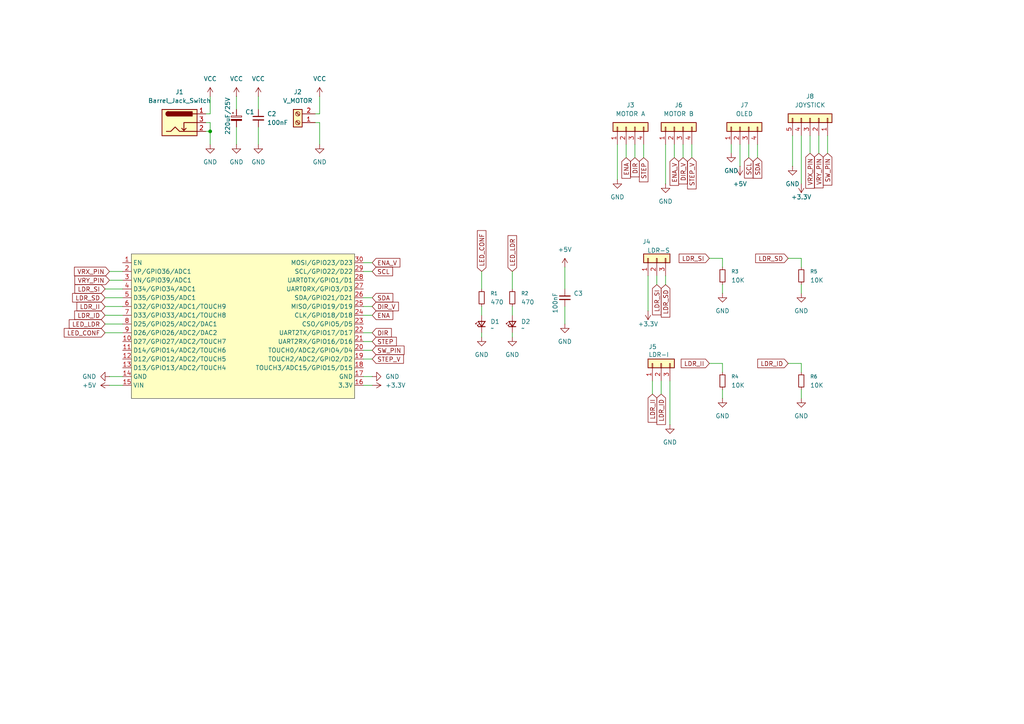
<source format=kicad_sch>
(kicad_sch (version 20250114) (generator "eeschema") (generator_version "9.0")
  (paper "A4")
  (lib_symbols
    (symbol "@EmersonPrez15:ESP32_DevKit_MP"
      (symbol "ESP32_DevKit_MP_1_1"
        (rectangle (start -33.02 25.4) (end 31.75 -16.51) (stroke (width 0) (color 72 72 72 1)) (fill (type background)))
        (pin input line (at -35.56 22.86 0) (length 2.54) (name "EN") (number "1"))
        (pin input line (at -35.56 20.32 0) (length 2.54) (name "VP/GPIO36/ADC1") (number "2"))
        (pin input line (at -35.56 17.78 0) (length 2.54) (name "VN/GPIO39/ADC1") (number "3"))
        (pin input line (at -35.56 15.24 0) (length 2.54) (name "D34/GPIO34/ADC1") (number "4"))
        (pin input line (at -35.56 12.7 0) (length 2.54) (name "D35/GPIO35/ADC1") (number "5"))
        (pin input line (at -35.56 10.16 0) (length 2.54) (name "D32/GPIO32/ADC1/TOUCH9") (number "6"))
        (pin input line (at -35.56 7.62 0) (length 2.54) (name "D33/GPIO33/ADC1/TOUCH8") (number "7"))
        (pin input line (at -35.56 5.08 0) (length 2.54) (name "D25/GPIO25/ADC2/DAC1") (number "8"))
        (pin input line (at -35.56 2.54 0) (length 2.54) (name "D26/GPIO26/ADC2/DAC2") (number "9"))
        (pin input line (at -35.56 0 0) (length 2.54) (name "D27/GPIO27/ADC2/TOUCH7") (number "10"))
        (pin input line (at -35.56 -2.54 0) (length 2.54) (name "D14/GPIO14/ADC2/TOUCH6") (number "11"))
        (pin input line (at -35.56 -5.08 0) (length 2.54) (name "D12/GPIO12/ADC2/TOUCH5") (number "12"))
        (pin input line (at -35.56 -7.62 0) (length 2.54) (name "D13/GPIO13/ADC2/TOUCH4") (number "13"))
        (pin input line (at -35.56 -10.16 0) (length 2.54) (name "GND") (number "14"))
        (pin input line (at -35.56 -12.7 0) (length 2.54) (name "VIN") (number "15"))
        (pin input line (at 34.29 22.86 180) (length 2.54) (name "MOSI/GPIO23/D23") (number "30"))
        (pin input line (at 34.29 20.32 180) (length 2.54) (name "SCL/GPIO22/D22") (number "29"))
        (pin input line (at 34.29 17.78 180) (length 2.54) (name "UART0TX/GPIO1/D1") (number "28"))
        (pin input line (at 34.29 15.24 180) (length 2.54) (name "UART0RX/GPIO3/D3") (number "27"))
        (pin input line (at 34.29 12.7 180) (length 2.54) (name "SDA/GPIO21/D21") (number "26"))
        (pin input line (at 34.29 10.16 180) (length 2.54) (name "MISO/GPIO19/D19") (number "25"))
        (pin input line (at 34.29 7.62 180) (length 2.54) (name "CLK/GPIO18/D18") (number "24"))
        (pin input line (at 34.29 5.08 180) (length 2.54) (name "CSO/GPIO5/D5") (number "23"))
        (pin input line (at 34.29 2.54 180) (length 2.54) (name "UART2TX/GPIO17/D17") (number "22"))
        (pin input line (at 34.29 0 180) (length 2.54) (name "UART2RX/GPIO16/D16") (number "21"))
        (pin input line (at 34.29 -2.54 180) (length 2.54) (name "TOUCH0/ADC2/GPIO4/D4") (number "20"))
        (pin input line (at 34.29 -5.08 180) (length 2.54) (name "TOUCH2/ADC2/GPIO2/D2") (number "19"))
        (pin input line (at 34.29 -7.62 180) (length 2.54) (name "TOUCH3/ADC15/GPIO15/D15") (number "18"))
        (pin input line (at 34.29 -10.16 180) (length 2.54) (name "GND") (number "17"))
        (pin input line (at 34.29 -12.7 180) (length 2.54) (name "3.3V") (number "16"))
      )
    )
    (symbol "Connector:Barrel_Jack_Switch" (pin_names (hide yes))
      (property "Reference" "J" (at 0 5.334 0))
      (property "Value" "Barrel_Jack_Switch" (at 0 -5.08 0))
      (symbol "Barrel_Jack_Switch_0_1"
        (rectangle (start -5.08 3.81) (end 5.08 -3.81) (stroke (width 0.254)) (fill (type background)))
        (polyline (pts (xy -3.81 -2.54) (xy -2.54 -2.54) (xy -1.27 -1.27) (xy 0 -2.54) (xy 2.54 -2.54) (xy 5.08 -2.54)) (stroke (width 0.254)))
        (arc (start -3.302 1.905) (mid -3.9343 2.54) (end -3.302 3.175) (stroke (width 0.254)))
        (arc (start -3.302 1.905) (mid -3.9343 2.54) (end -3.302 3.175) (stroke (width 0.254)) (fill (type outline)))
        (polyline (pts (xy 1.27 -2.286) (xy 1.905 -1.651)) (stroke (width 0.254)))
        (rectangle (start 3.683 3.175) (end -3.302 1.905) (stroke (width 0.254)) (fill (type outline)))
        (polyline (pts (xy 5.08 2.54) (xy 3.81 2.54)) (stroke (width 0.254)))
        (polyline (pts (xy 5.08 0) (xy 1.27 0) (xy 1.27 -2.286) (xy 0.635 -1.651)) (stroke (width 0.254)))
      )
      (symbol "Barrel_Jack_Switch_1_1"
        (pin passive line (at 7.62 2.54 180) (length 2.54) (name "~") (number "1"))
        (pin passive line (at 7.62 0 180) (length 2.54) (name "~") (number "3"))
        (pin passive line (at 7.62 -2.54 180) (length 2.54) (name "~") (number "2"))
      )
    )
    (symbol "Connector:Screw_Terminal_01x02" (pin_names (offset 1.016) (hide yes))
      (property "Reference" "J" (at 0 2.54 0))
      (property "Value" "Screw_Terminal_01x02" (at 0 -5.08 0))
      (symbol "Screw_Terminal_01x02_1_1"
        (rectangle (start -1.27 1.27) (end 1.27 -3.81) (stroke (width 0.254)) (fill (type background)))
        (polyline (pts (xy -0.5334 0.3302) (xy 0.3302 -0.508)) (stroke (width 0.1524)))
        (polyline (pts (xy -0.5334 -2.2098) (xy 0.3302 -3.048)) (stroke (width 0.1524)))
        (polyline (pts (xy -0.3556 0.508) (xy 0.508 -0.3302)) (stroke (width 0.1524)))
        (polyline (pts (xy -0.3556 -2.032) (xy 0.508 -2.8702)) (stroke (width 0.1524)))
        (circle (center 0 0) (radius 0.635) (stroke (width 0.1524)))
        (circle (center 0 -2.54) (radius 0.635) (stroke (width 0.1524)))
        (pin passive line (at -5.08 0 0) (length 3.81) (name "Pin_1") (number "1"))
        (pin passive line (at -5.08 -2.54 0) (length 3.81) (name "Pin_2") (number "2"))
      )
    )
    (symbol "Connector_Generic:Conn_01x03" (pin_names (offset 1.016) (hide yes))
      (property "Reference" "J" (at 0 5.08 0))
      (property "Value" "Conn_01x03" (at 0 -5.08 0))
      (symbol "Conn_01x03_1_1"
        (rectangle (start -1.27 3.81) (end 1.27 -3.81) (stroke (width 0.254)) (fill (type background)))
        (rectangle (start -1.27 2.667) (end 0 2.413) (stroke (width 0.1524)))
        (rectangle (start -1.27 0.127) (end 0 -0.127) (stroke (width 0.1524)))
        (rectangle (start -1.27 -2.413) (end 0 -2.667) (stroke (width 0.1524)))
        (pin passive line (at -5.08 2.54 0) (length 3.81) (name "Pin_1") (number "1"))
        (pin passive line (at -5.08 0 0) (length 3.81) (name "Pin_2") (number "2"))
        (pin passive line (at -5.08 -2.54 0) (length 3.81) (name "Pin_3") (number "3"))
      )
    )
    (symbol "Connector_Generic:Conn_01x04" (pin_names (offset 1.016) (hide yes))
      (property "Reference" "J" (at 0 5.08 0))
      (property "Value" "Conn_01x04" (at 0 -7.62 0))
      (symbol "Conn_01x04_1_1"
        (rectangle (start -1.27 3.81) (end 1.27 -6.35) (stroke (width 0.254)) (fill (type background)))
        (rectangle (start -1.27 2.667) (end 0 2.413) (stroke (width 0.1524)))
        (rectangle (start -1.27 0.127) (end 0 -0.127) (stroke (width 0.1524)))
        (rectangle (start -1.27 -2.413) (end 0 -2.667) (stroke (width 0.1524)))
        (rectangle (start -1.27 -4.953) (end 0 -5.207) (stroke (width 0.1524)))
        (pin passive line (at -5.08 2.54 0) (length 3.81) (name "Pin_1") (number "1"))
        (pin passive line (at -5.08 0 0) (length 3.81) (name "Pin_2") (number "2"))
        (pin passive line (at -5.08 -2.54 0) (length 3.81) (name "Pin_3") (number "3"))
        (pin passive line (at -5.08 -5.08 0) (length 3.81) (name "Pin_4") (number "4"))
      )
    )
    (symbol "Connector_Generic:Conn_01x05" (pin_names (offset 1.016) (hide yes))
      (property "Reference" "J" (at 0 7.62 0))
      (property "Value" "Conn_01x05" (at 0 -7.62 0))
      (symbol "Conn_01x05_1_1"
        (rectangle (start -1.27 6.35) (end 1.27 -6.35) (stroke (width 0.254)) (fill (type background)))
        (rectangle (start -1.27 5.207) (end 0 4.953) (stroke (width 0.1524)))
        (rectangle (start -1.27 2.667) (end 0 2.413) (stroke (width 0.1524)))
        (rectangle (start -1.27 0.127) (end 0 -0.127) (stroke (width 0.1524)))
        (rectangle (start -1.27 -2.413) (end 0 -2.667) (stroke (width 0.1524)))
        (rectangle (start -1.27 -4.953) (end 0 -5.207) (stroke (width 0.1524)))
        (pin passive line (at -5.08 5.08 0) (length 3.81) (name "Pin_1") (number "1"))
        (pin passive line (at -5.08 2.54 0) (length 3.81) (name "Pin_2") (number "2"))
        (pin passive line (at -5.08 0 0) (length 3.81) (name "Pin_3") (number "3"))
        (pin passive line (at -5.08 -2.54 0) (length 3.81) (name "Pin_4") (number "4"))
        (pin passive line (at -5.08 -5.08 0) (length 3.81) (name "Pin_5") (number "5"))
      )
    )
    (symbol "Device:C_Polarized_Small" (pin_numbers (hide yes)) (pin_names (offset 0.254) (hide yes))
      (property "Reference" "C" (at 0.254 1.778 0))
      (property "Value" "C_Polarized_Small" (at 0.254 -2.032 0))
      (symbol "C_Polarized_Small_0_1"
        (rectangle (start -1.524 0.6858) (end 1.524 0.3048))
        (rectangle (start -1.524 -0.3048) (end 1.524 -0.6858) (fill (type outline)))
        (polyline (pts (xy -1.27 1.524) (xy -0.762 1.524)))
        (polyline (pts (xy -1.016 1.27) (xy -1.016 1.778)))
      )
      (symbol "C_Polarized_Small_1_1"
        (pin passive line (at 0 2.54 270) (length 1.8542) (name "~") (number "1"))
        (pin passive line (at 0 -2.54 90) (length 1.8542) (name "~") (number "2"))
      )
    )
    (symbol "Device:C_Small" (pin_numbers (hide yes)) (pin_names (offset 0.254) (hide yes))
      (property "Reference" "C" (at 0.254 1.778 0))
      (property "Value" "C_Small" (at 0.254 -2.032 0))
      (symbol "C_Small_0_1"
        (polyline (pts (xy -1.524 0.508) (xy 1.524 0.508)) (stroke (width 0.3048)))
        (polyline (pts (xy -1.524 -0.508) (xy 1.524 -0.508)) (stroke (width 0.3302)))
      )
      (symbol "C_Small_1_1"
        (pin passive line (at 0 2.54 270) (length 2.032) (name "~") (number "1"))
        (pin passive line (at 0 -2.54 90) (length 2.032) (name "~") (number "2"))
      )
    )
    (symbol "Device:LED_Small" (pin_numbers (hide yes)) (pin_names (offset 0.254) (hide yes))
      (property "Reference" "D" (at -1.27 3.175 0))
      (property "Value" "LED_Small" (at -4.445 -2.54 0))
      (symbol "LED_Small_0_1"
        (polyline (pts (xy -0.762 -1.016) (xy -0.762 1.016)) (stroke (width 0.254)))
        (polyline (pts (xy 0 0.762) (xy -0.508 1.27) (xy -0.254 1.27) (xy -0.508 1.27) (xy -0.508 1.016)))
        (polyline (pts (xy 0.508 1.27) (xy 0 1.778) (xy 0.254 1.778) (xy 0 1.778) (xy 0 1.524)))
        (polyline (pts (xy 0.762 -1.016) (xy -0.762 0) (xy 0.762 1.016) (xy 0.762 -1.016)) (stroke (width 0.254)))
        (polyline (pts (xy 1.016 0) (xy -0.762 0)))
      )
      (symbol "LED_Small_1_1"
        (pin passive line (at -2.54 0 0) (length 1.778) (name "K") (number "1"))
        (pin passive line (at 2.54 0 180) (length 1.778) (name "A") (number "2"))
      )
    )
    (symbol "Device:R_Small" (pin_numbers (hide yes)) (pin_names (offset 0.254) (hide yes))
      (property "Reference" "R" (at 0 0 90))
      (property "Value" "R_Small" (at 1.778 0 90))
      (symbol "R_Small_0_1"
        (rectangle (start -0.762 1.778) (end 0.762 -1.778) (stroke (width 0.2032)))
      )
      (symbol "R_Small_1_1"
        (pin passive line (at 0 2.54 270) (length 0.762) (name "~") (number "1"))
        (pin passive line (at 0 -2.54 90) (length 0.762) (name "~") (number "2"))
      )
    )
    (symbol "power:+3.3V" (power) (pin_numbers (hide yes)) (pin_names (offset 0) (hide yes))
      (property "Value" "+3.3V" (at 0 3.556 0))
      (symbol "+3.3V_0_1"
        (polyline (pts (xy -0.762 1.27) (xy 0 2.54)))
        (polyline (pts (xy 0 2.54) (xy 0.762 1.27)))
        (polyline (pts (xy 0 0) (xy 0 2.54)))
      )
      (symbol "+3.3V_1_1"
        (pin power_in line (at 0 0 90) (length 0) (name "~") (number "1"))
      )
    )
    (symbol "power:+5V" (power) (pin_numbers (hide yes)) (pin_names (offset 0) (hide yes))
      (property "Value" "+5V" (at 0 3.556 0))
      (symbol "+5V_0_1"
        (polyline (pts (xy -0.762 1.27) (xy 0 2.54)))
        (polyline (pts (xy 0 2.54) (xy 0.762 1.27)))
        (polyline (pts (xy 0 0) (xy 0 2.54)))
      )
      (symbol "+5V_1_1"
        (pin power_in line (at 0 0 90) (length 0) (name "~") (number "1"))
      )
    )
    (symbol "power:GND" (power) (pin_numbers (hide yes)) (pin_names (offset 0) (hide yes))
      (property "Value" "GND" (at 0 -3.81 0))
      (symbol "GND_0_1"
        (polyline (pts (xy 0 0) (xy 0 -1.27) (xy 1.27 -1.27) (xy 0 -2.54) (xy -1.27 -1.27) (xy 0 -1.27)))
      )
      (symbol "GND_1_1"
        (pin power_in line (at 0 0 270) (length 0) (name "~") (number "1"))
      )
    )
    (symbol "power:VCC" (power) (pin_numbers (hide yes)) (pin_names (offset 0) (hide yes))
      (property "Value" "VCC" (at 0 3.556 0))
      (symbol "VCC_0_1"
        (polyline (pts (xy -0.762 1.27) (xy 0 2.54)))
        (polyline (pts (xy 0 2.54) (xy 0.762 1.27)))
        (polyline (pts (xy 0 0) (xy 0 2.54)))
      )
      (symbol "VCC_1_1"
        (pin power_in line (at 0 0 90) (length 0) (name "~") (number "1"))
      )
    )
  )
  (junction (at 60.96 38.1))
  (wire (pts (xy 193.04 41.91) (xy 193.04 53.34)))
  (wire (pts (xy 232.41 39.37) (xy 232.41 53.34)))
  (wire (pts (xy 139.7 96.52) (xy 139.7 97.79)))
  (wire (pts (xy 209.55 82.55) (xy 209.55 85.09)))
  (wire (pts (xy 60.96 38.1) (xy 60.96 41.91)))
  (wire (pts (xy 105.41 96.52) (xy 107.95 96.52)))
  (wire (pts (xy 191.77 110.49) (xy 191.77 114.3)))
  (wire (pts (xy 30.48 88.9) (xy 35.56 88.9)))
  (wire (pts (xy 92.71 33.02) (xy 91.44 33.02)))
  (wire (pts (xy 205.74 74.93) (xy 209.55 74.93)))
  (wire (pts (xy 60.96 27.94) (xy 60.96 33.02)))
  (wire (pts (xy 30.48 91.44) (xy 35.56 91.44)))
  (wire (pts (xy 194.31 110.49) (xy 194.31 123.19)))
  (wire (pts (xy 209.55 74.93) (xy 209.55 77.47)))
  (wire (pts (xy 105.41 88.9) (xy 107.95 88.9)))
  (wire (pts (xy 163.83 77.47) (xy 163.83 83.82)))
  (wire (pts (xy 92.71 35.56) (xy 92.71 41.91)))
  (wire (pts (xy 30.48 96.52) (xy 35.56 96.52)))
  (wire (pts (xy 91.44 35.56) (xy 92.71 35.56)))
  (wire (pts (xy 232.41 82.55) (xy 232.41 85.09)))
  (wire (pts (xy 105.41 99.06) (xy 107.95 99.06)))
  (wire (pts (xy 59.69 33.02) (xy 60.96 33.02)))
  (wire (pts (xy 30.48 83.82) (xy 35.56 83.82)))
  (wire (pts (xy 74.93 36.83) (xy 74.93 41.91)))
  (wire (pts (xy 31.75 111.76) (xy 35.56 111.76)))
  (wire (pts (xy 60.96 35.56) (xy 60.96 38.1)))
  (wire (pts (xy 193.04 80.01) (xy 193.04 82.55)))
  (wire (pts (xy 209.55 105.41) (xy 209.55 107.95)))
  (wire (pts (xy 139.7 78.74) (xy 139.7 83.82)))
  (wire (pts (xy 139.7 88.9) (xy 139.7 91.44)))
  (wire (pts (xy 186.69 45.72) (xy 186.69 41.91)))
  (wire (pts (xy 68.58 27.94) (xy 68.58 31.75)))
  (wire (pts (xy 181.61 45.72) (xy 181.61 41.91)))
  (wire (pts (xy 214.63 41.91) (xy 214.63 48.26)))
  (wire (pts (xy 200.66 45.72) (xy 200.66 41.91)))
  (wire (pts (xy 30.48 93.98) (xy 35.56 93.98)))
  (wire (pts (xy 195.58 45.72) (xy 195.58 41.91)))
  (wire (pts (xy 184.15 45.72) (xy 184.15 41.91)))
  (wire (pts (xy 228.6 74.93) (xy 232.41 74.93)))
  (wire (pts (xy 148.59 88.9) (xy 148.59 91.44)))
  (wire (pts (xy 212.09 41.91) (xy 212.09 44.45)))
  (wire (pts (xy 205.74 105.41) (xy 209.55 105.41)))
  (wire (pts (xy 60.96 38.1) (xy 59.69 38.1)))
  (wire (pts (xy 163.83 88.9) (xy 163.83 93.98)))
  (wire (pts (xy 105.41 91.44) (xy 107.95 91.44)))
  (wire (pts (xy 30.48 86.36) (xy 35.56 86.36)))
  (wire (pts (xy 209.55 113.03) (xy 209.55 115.57)))
  (wire (pts (xy 179.07 41.91) (xy 179.07 52.07)))
  (wire (pts (xy 228.6 105.41) (xy 232.41 105.41)))
  (wire (pts (xy 105.41 104.14) (xy 107.95 104.14)))
  (wire (pts (xy 148.59 78.74) (xy 148.59 83.82)))
  (wire (pts (xy 190.5 80.01) (xy 190.5 82.55)))
  (wire (pts (xy 105.41 78.74) (xy 107.95 78.74)))
  (wire (pts (xy 74.93 27.94) (xy 74.93 31.75)))
  (wire (pts (xy 240.03 39.37) (xy 240.03 44.45)))
  (wire (pts (xy 232.41 74.93) (xy 232.41 77.47)))
  (wire (pts (xy 68.58 36.83) (xy 68.58 41.91)))
  (wire (pts (xy 229.87 39.37) (xy 229.87 48.26)))
  (wire (pts (xy 217.17 41.91) (xy 217.17 45.72)))
  (wire (pts (xy 105.41 76.2) (xy 107.95 76.2)))
  (wire (pts (xy 31.75 109.22) (xy 35.56 109.22)))
  (wire (pts (xy 31.75 81.28) (xy 35.56 81.28)))
  (wire (pts (xy 92.71 27.94) (xy 92.71 33.02)))
  (wire (pts (xy 148.59 96.52) (xy 148.59 97.79)))
  (wire (pts (xy 105.41 86.36) (xy 107.95 86.36)))
  (wire (pts (xy 189.23 110.49) (xy 189.23 114.3)))
  (wire (pts (xy 232.41 105.41) (xy 232.41 107.95)))
  (wire (pts (xy 107.95 101.6) (xy 105.41 101.6)))
  (wire (pts (xy 234.95 39.37) (xy 234.95 44.45)))
  (wire (pts (xy 105.41 109.22) (xy 107.95 109.22)))
  (wire (pts (xy 219.71 41.91) (xy 219.71 45.72)))
  (wire (pts (xy 198.12 45.72) (xy 198.12 41.91)))
  (wire (pts (xy 59.69 35.56) (xy 60.96 35.56)))
  (wire (pts (xy 237.49 39.37) (xy 237.49 44.45)))
  (wire (pts (xy 187.96 80.01) (xy 187.96 90.17)))
  (wire (pts (xy 31.75 78.74) (xy 35.56 78.74)))
  (wire (pts (xy 105.41 111.76) (xy 107.95 111.76)))
  (wire (pts (xy 232.41 113.03) (xy 232.41 115.57)))
  (global_label "LDR_SD" (shape input) (at 30.48 86.36 180) (property "Intersheetrefs" "${INTERSHEET_REFS}" (effects (hide yes))))
  (global_label "LDR_ID" (shape input) (at 228.6 105.41 180) (property "Intersheetrefs" "${INTERSHEET_REFS}" (effects (hide yes))))
  (global_label "LDR_SI" (shape input) (at 30.48 83.82 180) (property "Intersheetrefs" "${INTERSHEET_REFS}" (effects (hide yes))))
  (global_label "LDR_ID" (shape input) (at 30.48 91.44 180) (property "Intersheetrefs" "${INTERSHEET_REFS}" (effects (hide yes))))
  (global_label "SW_PIN" (shape input) (at 107.95 101.6 0) (property "Intersheetrefs" "${INTERSHEET_REFS}" (effects (hide yes))))
  (global_label "LED_LDR" (shape input) (at 30.48 93.98 180) (property "Intersheetrefs" "${INTERSHEET_REFS}" (effects (hide yes))))
  (global_label "ENA" (shape input) (at 107.95 91.44 0) (property "Intersheetrefs" "${INTERSHEET_REFS}" (effects (hide yes))))
  (global_label "LDR_II" (shape input) (at 205.74 105.41 180) (property "Intersheetrefs" "${INTERSHEET_REFS}" (effects (hide yes))))
  (global_label "DIR" (shape input) (at 184.15 45.72 270) (property "Intersheetrefs" "${INTERSHEET_REFS}" (effects (hide yes))))
  (global_label "LDR_SD" (shape input) (at 193.04 82.55 270) (property "Intersheetrefs" "${INTERSHEET_REFS}" (effects (hide yes))))
  (global_label "LDR_SD" (shape input) (at 228.6 74.93 180) (property "Intersheetrefs" "${INTERSHEET_REFS}" (effects (hide yes))))
  (global_label "ENA" (shape input) (at 181.61 45.72 270) (property "Intersheetrefs" "${INTERSHEET_REFS}" (effects (hide yes))))
  (global_label "LDR_ID" (shape input) (at 191.77 114.3 270) (property "Intersheetrefs" "${INTERSHEET_REFS}" (effects (hide yes))))
  (global_label "STEP" (shape input) (at 107.95 99.06 0) (property "Intersheetrefs" "${INTERSHEET_REFS}" (effects (hide yes))))
  (global_label "SDA" (shape input) (at 219.71 45.72 270) (property "Intersheetrefs" "${INTERSHEET_REFS}" (effects (hide yes))))
  (global_label "LED_CONF" (shape input) (at 30.48 96.52 180) (property "Intersheetrefs" "${INTERSHEET_REFS}" (effects (hide yes))))
  (global_label "SW_PIN" (shape input) (at 240.03 44.45 270) (property "Intersheetrefs" "${INTERSHEET_REFS}" (effects (hide yes))))
  (global_label "LDR_II" (shape input) (at 189.23 114.3 270) (property "Intersheetrefs" "${INTERSHEET_REFS}" (effects (hide yes))))
  (global_label "LED_CONF" (shape input) (at 139.7 78.74 90) (property "Intersheetrefs" "${INTERSHEET_REFS}" (effects (hide yes))))
  (global_label "DIR" (shape input) (at 107.95 96.52 0) (property "Intersheetrefs" "${INTERSHEET_REFS}" (effects (hide yes))))
  (global_label "LDR_SI" (shape input) (at 190.5 82.55 270) (property "Intersheetrefs" "${INTERSHEET_REFS}" (effects (hide yes))))
  (global_label "LDR_II" (shape input) (at 30.48 88.9 180) (property "Intersheetrefs" "${INTERSHEET_REFS}" (effects (hide yes))))
  (global_label "LDR_SI" (shape input) (at 205.74 74.93 180) (property "Intersheetrefs" "${INTERSHEET_REFS}" (effects (hide yes))))
  (global_label "ENA_V" (shape input) (at 195.58 45.72 270) (property "Intersheetrefs" "${INTERSHEET_REFS}" (effects (hide yes))))
  (global_label "SDA" (shape input) (at 107.95 86.36 0) (property "Intersheetrefs" "${INTERSHEET_REFS}" (effects (hide yes))))
  (global_label "VRX_PIN" (shape input) (at 234.95 44.45 270) (property "Intersheetrefs" "${INTERSHEET_REFS}" (effects (hide yes))))
  (global_label "STEP" (shape input) (at 186.69 45.72 270) (property "Intersheetrefs" "${INTERSHEET_REFS}" (effects (hide yes))))
  (global_label "VRY_PIN" (shape input) (at 31.75 81.28 180) (property "Intersheetrefs" "${INTERSHEET_REFS}" (effects (hide yes))))
  (global_label "STEP_V" (shape input) (at 107.95 104.14 0) (property "Intersheetrefs" "${INTERSHEET_REFS}" (effects (hide yes))))
  (global_label "SCL" (shape input) (at 217.17 45.72 270) (property "Intersheetrefs" "${INTERSHEET_REFS}" (effects (hide yes))))
  (global_label "LED_LDR" (shape input) (at 148.59 78.74 90) (property "Intersheetrefs" "${INTERSHEET_REFS}" (effects (hide yes))))
  (global_label "STEP_V" (shape input) (at 200.66 45.72 270) (property "Intersheetrefs" "${INTERSHEET_REFS}" (effects (hide yes))))
  (global_label "ENA_V" (shape input) (at 107.95 76.2 0) (property "Intersheetrefs" "${INTERSHEET_REFS}" (effects (hide yes))))
  (global_label "VRX_PIN" (shape input) (at 31.75 78.74 180) (property "Intersheetrefs" "${INTERSHEET_REFS}" (effects (hide yes))))
  (global_label "VRY_PIN" (shape input) (at 237.49 44.45 270) (property "Intersheetrefs" "${INTERSHEET_REFS}" (effects (hide yes))))
  (global_label "DIR_V" (shape input) (at 107.95 88.9 0) (property "Intersheetrefs" "${INTERSHEET_REFS}" (effects (hide yes))))
  (global_label "SCL" (shape input) (at 107.95 78.74 0) (property "Intersheetrefs" "${INTERSHEET_REFS}" (effects (hide yes))))
  (global_label "DIR_V" (shape input) (at 198.12 45.72 270) (property "Intersheetrefs" "${INTERSHEET_REFS}" (effects (hide yes))))
  (symbol (lib_id "power:+5V") (at 214.63 48.26 180) (unit 1)
    (property "Reference" "#PWR023" (effects (hide yes)))
    (property "Value" "+5V" (at 214.63 53.34 0))
    (property "Description" "Power symbol creates a global label with name \"+5V\"" (effects (hide yes)))
  )
  (symbol (lib_id "Connector:Barrel_Jack_Switch") (at 52.07 35.56 0) (unit 1)
    (property "Reference" "J1" (at 52.07 26.67 0))
    (property "Value" "Barrel_Jack_Switch" (at 52.07 29.21 0))
    (property "Footprint" "Connector_BarrelJack:BarrelJack_Horizontal" (effects (hide yes)))
    (property "Description" "DC Barrel Jack with an internal switch" (effects (hide yes)))
  )
  (symbol (lib_id "power:GND") (at 232.41 85.09 0) (unit 1)
    (property "Reference" "#PWR026" (effects (hide yes)))
    (property "Value" "GND" (at 232.41 90.17 0))
    (property "Description" "Power symbol creates a global label with name \"GND\" , ground" (effects (hide yes)))
  )
  (symbol (lib_id "Device:C_Small") (at 163.83 86.36 0) (unit 1)
    (property "Reference" "C3" (at 166.37 85.0962 0) (effects (justify left)))
    (property "Value" "100nF" (at 161.036 90.932 90) (effects (justify left)))
    (property "Footprint" "Capacitor_THT:C_Disc_D3.8mm_W2.6mm_P2.50mm" (effects (hide yes)))
    (property "Description" "Unpolarized capacitor, small symbol" (effects (hide yes)))
  )
  (symbol (lib_id "Device:C_Small") (at 74.93 34.29 0) (unit 1)
    (property "Reference" "C2" (at 77.47 33.0262 0) (effects (justify left)))
    (property "Value" "100nF" (at 77.47 35.5662 0) (effects (justify left)))
    (property "Footprint" "Capacitor_THT:C_Disc_D3.8mm_W2.6mm_P2.50mm" (effects (hide yes)))
    (property "Description" "Unpolarized capacitor, small symbol" (effects (hide yes)))
  )
  (symbol (lib_id "power:+3.3V") (at 187.96 90.17 180) (unit 1)
    (property "Reference" "#PWR017" (effects (hide yes)))
    (property "Value" "+3.3V" (at 187.96 93.98 0))
    (property "Description" "Power symbol creates a global label with name \"+3.3V\"" (effects (hide yes)))
  )
  (symbol (lib_id "power:VCC") (at 92.71 27.94 0) (unit 1)
    (property "Reference" "#PWR09" (effects (hide yes)))
    (property "Value" "VCC" (at 92.71 22.86 0))
    (property "Description" "Power symbol creates a global label with name \"VCC\"" (effects (hide yes)))
  )
  (symbol (lib_id "power:GND") (at 31.75 109.22 270) (unit 1)
    (property "Reference" "#PWR01" (effects (hide yes)))
    (property "Value" "GND" (at 27.94 109.2199 90) (effects (justify right)))
    (property "Description" "Power symbol creates a global label with name \"GND\" , ground" (effects (hide yes)))
  )
  (symbol (lib_id "Connector_Generic:Conn_01x05") (at 234.95 34.29 270) (mirror x) (unit 1)
    (property "Reference" "J8" (at 234.95 27.94 90))
    (property "Value" "JOYSTICK" (at 234.95 30.48 90))
    (property "Footprint" "Connector_PinSocket_2.54mm:PinSocket_1x05_P2.54mm_Vertical" (effects (hide yes)))
    (property "Description" "Generic connector, single row, 01x05, script generated (kicad-library-utils/schlib/autogen/connector/)" (effects (hide yes)))
  )
  (symbol (lib_id "power:VCC") (at 74.93 27.94 0) (unit 1)
    (property "Reference" "#PWR07" (effects (hide yes)))
    (property "Value" "VCC" (at 74.93 22.86 0))
    (property "Description" "Power symbol creates a global label with name \"VCC\"" (effects (hide yes)))
  )
  (symbol (lib_id "Connector_Generic:Conn_01x04") (at 195.58 36.83 90) (unit 1)
    (property "Reference" "J6" (at 196.85 30.48 90))
    (property "Value" "MOTOR B" (at 196.85 33.02 90))
    (property "Footprint" "Connector_Molex:Molex_KK-254_AE-6410-04A_1x04_P2.54mm_Vertical" (effects (hide yes)))
    (property "Description" "Generic connector, single row, 01x04, script generated (kicad-library-utils/schlib/autogen/connector/)" (effects (hide yes)))
  )
  (symbol (lib_id "power:GND") (at 107.95 109.22 90) (unit 1)
    (property "Reference" "#PWR028" (effects (hide yes)))
    (property "Value" "GND" (at 111.76 109.2199 90) (effects (justify right)))
    (property "Description" "Power symbol creates a global label with name \"GND\" , ground" (effects (hide yes)))
  )
  (symbol (lib_id "Device:LED_Small") (at 139.7 93.98 90) (unit 1)
    (property "Reference" "D1" (at 142.24 93.2814 90) (effects (justify right)))
    (property "Value" "~" (at 142.24 95.1865 90) (effects (justify right)))
    (property "Footprint" "LED_THT:LED_D5.0mm" (effects (hide yes)))
    (property "Description" "Light emitting diode, small symbol" (effects (hide yes)))
    (property "Sim.Pin" "1=K 2=A" (effects (hide yes)))
  )
  (symbol (lib_id "power:GND") (at 194.31 123.19 0) (unit 1)
    (property "Reference" "#PWR019" (effects (hide yes)))
    (property "Value" "GND" (at 194.31 128.27 0))
    (property "Description" "Power symbol creates a global label with name \"GND\" , ground" (effects (hide yes)))
  )
  (symbol (lib_id "Device:R_Small") (at 209.55 110.49 0) (unit 1)
    (property "Reference" "R4" (at 212.09 109.2199 0) (effects (font (size 1.016 1.016)) (justify left)))
    (property "Value" "10K" (at 212.09 111.7599 0) (effects (justify left)))
    (property "Footprint" "Resistor_THT:R_Axial_DIN0207_L6.3mm_D2.5mm_P10.16mm_Horizontal" (effects (hide yes)))
    (property "Description" "Resistor, small symbol" (effects (hide yes)))
  )
  (symbol (lib_id "Connector_Generic:Conn_01x03") (at 191.77 105.41 90) (unit 1)
    (property "Reference" "J5" (at 190.5 100.584 90) (effects (justify left)))
    (property "Value" "LDR-I" (at 194.056 102.87 90) (effects (justify left)))
    (property "Footprint" "Connector_Molex:Molex_KK-254_AE-6410-03A_1x03_P2.54mm_Vertical" (effects (hide yes)))
    (property "Description" "Generic connector, single row, 01x03, script generated (kicad-library-utils/schlib/autogen/connector/)" (effects (hide yes)))
  )
  (symbol (lib_id "Connector_Generic:Conn_01x04") (at 181.61 36.83 90) (unit 1)
    (property "Reference" "J3" (at 182.88 30.48 90))
    (property "Value" "MOTOR A" (at 182.88 33.02 90))
    (property "Footprint" "Connector_Molex:Molex_KK-254_AE-6410-04A_1x04_P2.54mm_Vertical" (effects (hide yes)))
    (property "Description" "Generic connector, single row, 01x04, script generated (kicad-library-utils/schlib/autogen/connector/)" (effects (hide yes)))
  )
  (symbol (lib_id "power:GND") (at 209.55 115.57 0) (unit 1)
    (property "Reference" "#PWR021" (effects (hide yes)))
    (property "Value" "GND" (at 209.55 120.65 0))
    (property "Description" "Power symbol creates a global label with name \"GND\" , ground" (effects (hide yes)))
  )
  (symbol (lib_id "power:+3.3V") (at 232.41 53.34 180) (unit 1)
    (property "Reference" "#PWR025" (effects (hide yes)))
    (property "Value" "+3.3V" (at 232.41 57.15 0))
    (property "Description" "Power symbol creates a global label with name \"+3.3V\"" (effects (hide yes)))
  )
  (symbol (lib_id "Device:R_Small") (at 232.41 80.01 0) (unit 1)
    (property "Reference" "R5" (at 234.95 78.7399 0) (effects (font (size 1.016 1.016)) (justify left)))
    (property "Value" "10K" (at 234.95 81.2799 0) (effects (justify left)))
    (property "Footprint" "Resistor_THT:R_Axial_DIN0207_L6.3mm_D2.5mm_P10.16mm_Horizontal" (effects (hide yes)))
    (property "Description" "Resistor, small symbol" (effects (hide yes)))
  )
  (symbol (lib_id "power:GND") (at 148.59 97.79 0) (unit 1)
    (property "Reference" "#PWR013" (effects (hide yes)))
    (property "Value" "GND" (at 148.59 102.87 0))
    (property "Description" "Power symbol creates a global label with name \"GND\" , ground" (effects (hide yes)))
  )
  (symbol (lib_id "power:GND") (at 209.55 85.09 0) (unit 1)
    (property "Reference" "#PWR020" (effects (hide yes)))
    (property "Value" "GND" (at 209.55 90.17 0))
    (property "Description" "Power symbol creates a global label with name \"GND\" , ground" (effects (hide yes)))
  )
  (symbol (lib_id "power:GND") (at 229.87 48.26 0) (unit 1)
    (property "Reference" "#PWR024" (effects (hide yes)))
    (property "Value" "GND" (at 229.87 53.34 0))
    (property "Description" "Power symbol creates a global label with name \"GND\" , ground" (effects (hide yes)))
  )
  (symbol (lib_id "power:GND") (at 60.96 41.91 0) (unit 1)
    (property "Reference" "#PWR04" (effects (hide yes)))
    (property "Value" "GND" (at 60.96 46.99 0))
    (property "Description" "Power symbol creates a global label with name \"GND\" , ground" (effects (hide yes)))
  )
  (symbol (lib_id "power:GND") (at 193.04 53.34 0) (unit 1)
    (property "Reference" "#PWR018" (effects (hide yes)))
    (property "Value" "GND" (at 193.04 58.42 0))
    (property "Description" "Power symbol creates a global label with name \"GND\" , ground" (effects (hide yes)))
  )
  (symbol (lib_id "Connector_Generic:Conn_01x04") (at 214.63 36.83 90) (unit 1)
    (property "Reference" "J7" (at 215.9 30.48 90))
    (property "Value" "OLED" (at 215.9 33.02 90))
    (property "Footprint" "Connector_PinSocket_2.54mm:PinSocket_1x04_P2.54mm_Vertical" (effects (hide yes)))
    (property "Description" "Generic connector, single row, 01x04, script generated (kicad-library-utils/schlib/autogen/connector/)" (effects (hide yes)))
  )
  (symbol (lib_id "Device:R_Small") (at 232.41 110.49 0) (unit 1)
    (property "Reference" "R6" (at 234.95 109.2199 0) (effects (font (size 1.016 1.016)) (justify left)))
    (property "Value" "10K" (at 234.95 111.7599 0) (effects (justify left)))
    (property "Footprint" "Resistor_THT:R_Axial_DIN0207_L6.3mm_D2.5mm_P10.16mm_Horizontal" (effects (hide yes)))
    (property "Description" "Resistor, small symbol" (effects (hide yes)))
  )
  (symbol (lib_id "power:+5V") (at 163.83 77.47 0) (unit 1)
    (property "Reference" "#PWR014" (effects (hide yes)))
    (property "Value" "+5V" (at 163.83 72.39 0))
    (property "Description" "Power symbol creates a global label with name \"+5V\"" (effects (hide yes)))
  )
  (symbol (lib_id "Device:R_Small") (at 148.59 86.36 0) (unit 1)
    (property "Reference" "R2" (at 151.13 85.0899 0) (effects (font (size 1.016 1.016)) (justify left)))
    (property "Value" "470" (at 151.13 87.6299 0) (effects (justify left)))
    (property "Footprint" "Resistor_THT:R_Axial_DIN0207_L6.3mm_D2.5mm_P10.16mm_Horizontal" (effects (hide yes)))
    (property "Description" "Resistor, small symbol" (effects (hide yes)))
  )
  (symbol (lib_id "Device:R_Small") (at 209.55 80.01 0) (unit 1)
    (property "Reference" "R3" (at 212.09 78.7399 0) (effects (font (size 1.016 1.016)) (justify left)))
    (property "Value" "10K" (at 212.09 81.2799 0) (effects (justify left)))
    (property "Footprint" "Resistor_THT:R_Axial_DIN0207_L6.3mm_D2.5mm_P10.16mm_Horizontal" (effects (hide yes)))
    (property "Description" "Resistor, small symbol" (effects (hide yes)))
  )
  (symbol (lib_id "power:GND") (at 92.71 41.91 0) (unit 1)
    (property "Reference" "#PWR010" (effects (hide yes)))
    (property "Value" "GND" (at 92.71 46.99 0))
    (property "Description" "Power symbol creates a global label with name \"GND\" , ground" (effects (hide yes)))
  )
  (symbol (lib_id "power:GND") (at 212.09 44.45 0) (unit 1)
    (property "Reference" "#PWR022" (effects (hide yes)))
    (property "Value" "GND" (at 212.09 49.53 0))
    (property "Description" "Power symbol creates a global label with name \"GND\" , ground" (effects (hide yes)))
  )
  (symbol (lib_id "Device:LED_Small") (at 148.59 93.98 90) (unit 1)
    (property "Reference" "D2" (at 151.13 93.2814 90) (effects (justify right)))
    (property "Value" "~" (at 151.13 95.1865 90) (effects (justify right)))
    (property "Footprint" "LED_THT:LED_D5.0mm" (effects (hide yes)))
    (property "Description" "Light emitting diode, small symbol" (effects (hide yes)))
    (property "Sim.Pin" "1=K 2=A" (effects (hide yes)))
  )
  (symbol (lib_id "power:GND") (at 68.58 41.91 0) (unit 1)
    (property "Reference" "#PWR06" (effects (hide yes)))
    (property "Value" "GND" (at 68.58 46.99 0))
    (property "Description" "Power symbol creates a global label with name \"GND\" , ground" (effects (hide yes)))
  )
  (symbol (lib_id "power:+3.3V") (at 107.95 111.76 270) (unit 1)
    (property "Reference" "#PWR011" (effects (hide yes)))
    (property "Value" "+3.3V" (at 111.76 111.7599 90) (effects (justify left)))
    (property "Description" "Power symbol creates a global label with name \"+3.3V\"" (effects (hide yes)))
  )
  (symbol (lib_id "power:GND") (at 139.7 97.79 0) (unit 1)
    (property "Reference" "#PWR012" (effects (hide yes)))
    (property "Value" "GND" (at 139.7 102.87 0))
    (property "Description" "Power symbol creates a global label with name \"GND\" , ground" (effects (hide yes)))
  )
  (symbol (lib_id "power:GND") (at 163.83 93.98 0) (unit 1)
    (property "Reference" "#PWR015" (effects (hide yes)))
    (property "Value" "GND" (at 163.83 99.06 0))
    (property "Description" "Power symbol creates a global label with name \"GND\" , ground" (effects (hide yes)))
  )
  (symbol (lib_id "@EmersonPrez15:ESP32_DevKit_MP") (at 71.12 99.06 0) (unit 1)
    (property "Reference" "U1" (effects (hide yes)))
    (property "Value" "ESP32_DevKit_V1_DOIT" (effects (hide yes)))
    (property "Footprint" "@EmersonPrez15:ESP32_DEVKIT_V1_E32" (effects (hide yes)))
    (property "Description" "32-bit microcontroller module with WiFi and Bluetooth" (effects (hide yes)))
  )
  (symbol (lib_id "power:VCC") (at 60.96 27.94 0) (unit 1)
    (property "Reference" "#PWR03" (effects (hide yes)))
    (property "Value" "VCC" (at 60.96 22.86 0))
    (property "Description" "Power symbol creates a global label with name \"VCC\"" (effects (hide yes)))
  )
  (symbol (lib_id "power:GND") (at 179.07 52.07 0) (unit 1)
    (property "Reference" "#PWR016" (effects (hide yes)))
    (property "Value" "GND" (at 179.07 57.15 0))
    (property "Description" "Power symbol creates a global label with name \"GND\" , ground" (effects (hide yes)))
  )
  (symbol (lib_id "power:VCC") (at 68.58 27.94 0) (unit 1)
    (property "Reference" "#PWR05" (effects (hide yes)))
    (property "Value" "VCC" (at 68.58 22.86 0))
    (property "Description" "Power symbol creates a global label with name \"VCC\"" (effects (hide yes)))
  )
  (symbol (lib_id "Connector_Generic:Conn_01x03") (at 190.5 74.93 90) (unit 1)
    (property "Reference" "J4" (at 188.722 70.104 90) (effects (justify left)))
    (property "Value" "LDR-S" (at 194.31 72.644 90) (effects (justify left)))
    (property "Footprint" "Connector_Molex:Molex_KK-254_AE-6410-03A_1x03_P2.54mm_Vertical" (effects (hide yes)))
    (property "Description" "Generic connector, single row, 01x03, script generated (kicad-library-utils/schlib/autogen/connector/)" (effects (hide yes)))
  )
  (symbol (lib_id "Device:C_Polarized_Small") (at 68.58 34.29 0) (unit 1)
    (property "Reference" "C1" (at 71.12 32.4738 0) (effects (justify left)))
    (property "Value" "220uF/25V" (at 66.04 39.116 90) (effects (justify left)))
    (property "Footprint" "Capacitor_THT:CP_Radial_D6.3mm_P2.50mm" (effects (hide yes)))
    (property "Description" "Polarized capacitor, small symbol" (effects (hide yes)))
  )
  (symbol (lib_id "Device:R_Small") (at 139.7 86.36 0) (unit 1)
    (property "Reference" "R1" (at 142.24 85.0899 0) (effects (font (size 1.016 1.016)) (justify left)))
    (property "Value" "470" (at 142.24 87.6299 0) (effects (justify left)))
    (property "Footprint" "Resistor_THT:R_Axial_DIN0207_L6.3mm_D2.5mm_P10.16mm_Horizontal" (effects (hide yes)))
    (property "Description" "Resistor, small symbol" (effects (hide yes)))
  )
  (symbol (lib_id "Connector:Screw_Terminal_01x02") (at 86.36 35.56 180) (unit 1)
    (property "Reference" "J2" (at 86.36 26.67 0))
    (property "Value" "V_MOTOR" (at 86.36 29.21 0))
    (property "Footprint" "TerminalBlock_Phoenix:TerminalBlock_Phoenix_MKDS-1,5-2-5.08_1x02_P5.08mm_Horizontal" (effects (hide yes)))
    (property "Description" "Generic screw terminal, single row, 01x02, script generated (kicad-library-utils/schlib/autogen/connector/)" (effects (hide yes)))
  )
  (symbol (lib_id "power:GND") (at 74.93 41.91 0) (unit 1)
    (property "Reference" "#PWR08" (effects (hide yes)))
    (property "Value" "GND" (at 74.93 46.99 0))
    (property "Description" "Power symbol creates a global label with name \"GND\" , ground" (effects (hide yes)))
  )
  (symbol (lib_id "power:+5V") (at 31.75 111.76 90) (unit 1)
    (property "Reference" "#PWR02" (effects (hide yes)))
    (property "Value" "+5V" (at 27.94 111.7599 90) (effects (justify left)))
    (property "Description" "Power symbol creates a global label with name \"+5V\"" (effects (hide yes)))
  )
  (symbol (lib_id "power:GND") (at 232.41 115.57 0) (unit 1)
    (property "Reference" "#PWR027" (effects (hide yes)))
    (property "Value" "GND" (at 232.41 120.65 0))
    (property "Description" "Power symbol creates a global label with name \"GND\" , ground" (effects (hide yes)))
  )
)
</source>
